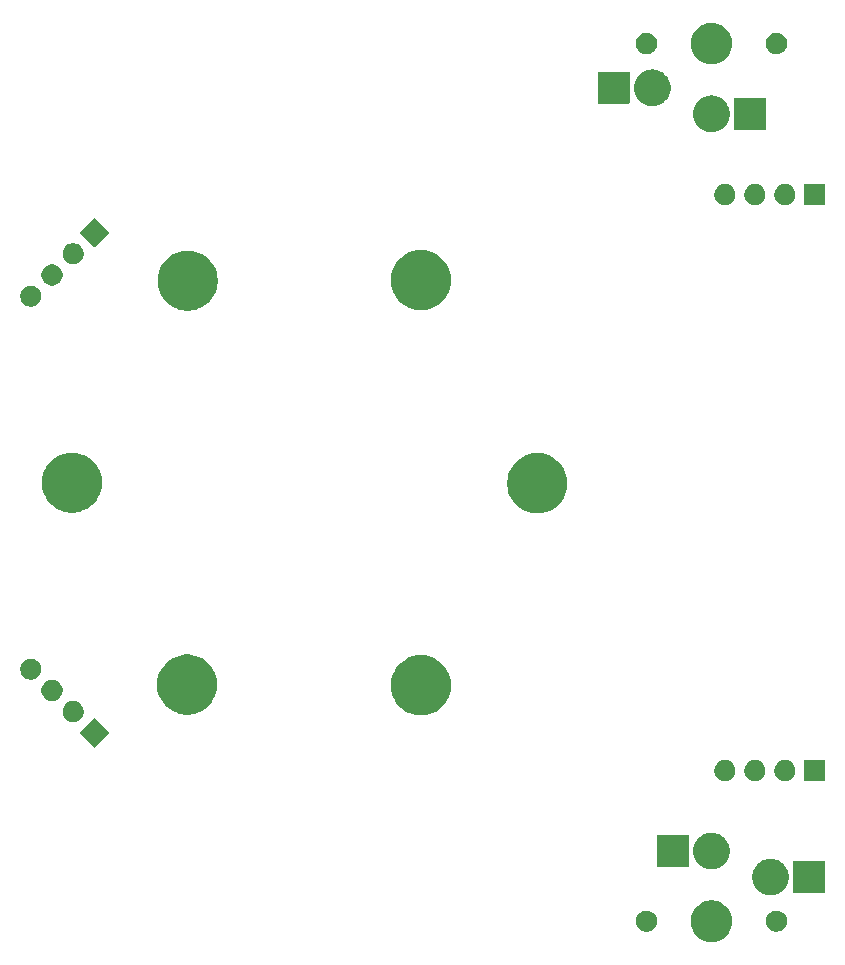
<source format=gbr>
G04 #@! TF.GenerationSoftware,KiCad,Pcbnew,9.0.2*
G04 #@! TF.CreationDate,2025-09-19T14:57:40-04:00*
G04 #@! TF.ProjectId,Trackball,54726163-6b62-4616-9c6c-2e6b69636164,rev?*
G04 #@! TF.SameCoordinates,Original*
G04 #@! TF.FileFunction,Soldermask,Bot*
G04 #@! TF.FilePolarity,Negative*
%FSLAX46Y46*%
G04 Gerber Fmt 4.6, Leading zero omitted, Abs format (unit mm)*
G04 Created by KiCad (PCBNEW 9.0.2) date 2025-09-19 14:57:40*
%MOMM*%
%LPD*%
G01*
G04 APERTURE LIST*
G04 APERTURE END LIST*
G36*
X377187432Y-137002424D02*
G01*
X377410501Y-137062195D01*
X377623861Y-137150571D01*
X377823859Y-137266040D01*
X378007075Y-137406627D01*
X378170373Y-137569925D01*
X378310960Y-137753141D01*
X378426429Y-137953139D01*
X378514805Y-138166499D01*
X378574576Y-138389568D01*
X378604720Y-138618531D01*
X378604720Y-138849469D01*
X378574576Y-139078432D01*
X378514805Y-139301501D01*
X378426429Y-139514861D01*
X378310960Y-139714859D01*
X378170373Y-139898075D01*
X378007075Y-140061373D01*
X377823859Y-140201960D01*
X377623861Y-140317429D01*
X377410501Y-140405805D01*
X377187432Y-140465576D01*
X376958469Y-140495720D01*
X376727531Y-140495720D01*
X376498568Y-140465576D01*
X376275499Y-140405805D01*
X376062139Y-140317429D01*
X375862141Y-140201960D01*
X375678925Y-140061373D01*
X375515627Y-139898075D01*
X375375040Y-139714859D01*
X375259571Y-139514861D01*
X375171195Y-139301501D01*
X375111424Y-139078432D01*
X375081280Y-138849469D01*
X375081280Y-138618531D01*
X375111424Y-138389568D01*
X375171195Y-138166499D01*
X375259571Y-137953139D01*
X375375040Y-137753141D01*
X375515627Y-137569925D01*
X375678925Y-137406627D01*
X375862141Y-137266040D01*
X376062139Y-137150571D01*
X376275499Y-137062195D01*
X376498568Y-137002424D01*
X376727531Y-136972280D01*
X376958469Y-136972280D01*
X377187432Y-137002424D01*
G37*
G36*
X371604808Y-137870936D02*
G01*
X371768153Y-137938595D01*
X371915159Y-138036822D01*
X372040178Y-138161841D01*
X372138405Y-138308847D01*
X372206064Y-138472192D01*
X372240557Y-138645598D01*
X372240557Y-138822402D01*
X372206064Y-138995808D01*
X372138405Y-139159153D01*
X372040178Y-139306159D01*
X371915159Y-139431178D01*
X371768153Y-139529405D01*
X371604808Y-139597064D01*
X371431402Y-139631557D01*
X371254598Y-139631557D01*
X371081192Y-139597064D01*
X370917847Y-139529405D01*
X370770841Y-139431178D01*
X370645822Y-139306159D01*
X370547595Y-139159153D01*
X370479936Y-138995808D01*
X370445443Y-138822402D01*
X370445443Y-138645598D01*
X370479936Y-138472192D01*
X370547595Y-138308847D01*
X370645822Y-138161841D01*
X370770841Y-138036822D01*
X370917847Y-137938595D01*
X371081192Y-137870936D01*
X371254598Y-137836443D01*
X371431402Y-137836443D01*
X371604808Y-137870936D01*
G37*
G36*
X382604808Y-137870936D02*
G01*
X382768153Y-137938595D01*
X382915159Y-138036822D01*
X383040178Y-138161841D01*
X383138405Y-138308847D01*
X383206064Y-138472192D01*
X383240557Y-138645598D01*
X383240557Y-138822402D01*
X383206064Y-138995808D01*
X383138405Y-139159153D01*
X383040178Y-139306159D01*
X382915159Y-139431178D01*
X382768153Y-139529405D01*
X382604808Y-139597064D01*
X382431402Y-139631557D01*
X382254598Y-139631557D01*
X382081192Y-139597064D01*
X381917847Y-139529405D01*
X381770841Y-139431178D01*
X381645822Y-139306159D01*
X381547595Y-139159153D01*
X381479936Y-138995808D01*
X381445443Y-138822402D01*
X381445443Y-138645598D01*
X381479936Y-138472192D01*
X381547595Y-138308847D01*
X381645822Y-138161841D01*
X381770841Y-138036822D01*
X381917847Y-137938595D01*
X382081192Y-137870936D01*
X382254598Y-137836443D01*
X382431402Y-137836443D01*
X382604808Y-137870936D01*
G37*
G36*
X381953482Y-133437781D02*
G01*
X381964690Y-133437781D01*
X382019888Y-133446523D01*
X382145534Y-133463065D01*
X382176189Y-133471279D01*
X382205074Y-133475854D01*
X382260620Y-133493902D01*
X382341467Y-133515565D01*
X382393050Y-133536931D01*
X382436542Y-133551063D01*
X382477286Y-133571823D01*
X382528870Y-133593190D01*
X382601353Y-133635038D01*
X382653395Y-133661555D01*
X382677055Y-133678745D01*
X382704539Y-133694613D01*
X382805074Y-133771756D01*
X382850294Y-133804610D01*
X382858219Y-133812535D01*
X382865466Y-133818096D01*
X383008903Y-133961533D01*
X383014463Y-133968779D01*
X383022390Y-133976706D01*
X383055247Y-134021930D01*
X383132386Y-134122460D01*
X383148252Y-134149941D01*
X383165445Y-134173605D01*
X383191964Y-134225652D01*
X383233809Y-134298129D01*
X383255173Y-134349706D01*
X383275937Y-134390458D01*
X383290070Y-134433955D01*
X383311434Y-134485532D01*
X383333093Y-134566366D01*
X383351146Y-134621926D01*
X383355721Y-134650816D01*
X383363934Y-134681465D01*
X383380474Y-134807099D01*
X383389219Y-134862310D01*
X383389219Y-134873518D01*
X383390412Y-134882580D01*
X383390412Y-135085419D01*
X383389219Y-135094480D01*
X383389219Y-135105690D01*
X383380473Y-135160905D01*
X383363934Y-135286534D01*
X383355722Y-135317180D01*
X383351146Y-135346074D01*
X383333091Y-135401638D01*
X383311434Y-135482467D01*
X383290071Y-135534039D01*
X383275937Y-135577542D01*
X383255171Y-135618297D01*
X383233809Y-135669870D01*
X383191968Y-135742338D01*
X383165445Y-135794395D01*
X383148249Y-135818062D01*
X383132386Y-135845539D01*
X383055261Y-135946050D01*
X383022390Y-135991294D01*
X383014459Y-135999224D01*
X383008903Y-136006466D01*
X382865466Y-136149903D01*
X382858224Y-136155459D01*
X382850294Y-136163390D01*
X382805050Y-136196261D01*
X382704539Y-136273386D01*
X382677062Y-136289249D01*
X382653395Y-136306445D01*
X382601338Y-136332968D01*
X382528870Y-136374809D01*
X382477297Y-136396171D01*
X382436542Y-136416937D01*
X382393039Y-136431071D01*
X382341467Y-136452434D01*
X382260638Y-136474091D01*
X382205074Y-136492146D01*
X382176180Y-136496722D01*
X382145534Y-136504934D01*
X382019902Y-136521474D01*
X381964690Y-136530219D01*
X381953481Y-136530219D01*
X381944420Y-136531412D01*
X381741580Y-136531412D01*
X381732519Y-136530219D01*
X381721310Y-136530219D01*
X381666099Y-136521474D01*
X381540465Y-136504934D01*
X381509816Y-136496721D01*
X381480926Y-136492146D01*
X381425366Y-136474093D01*
X381344532Y-136452434D01*
X381292955Y-136431070D01*
X381249458Y-136416937D01*
X381208706Y-136396173D01*
X381157129Y-136374809D01*
X381084652Y-136332964D01*
X381032605Y-136306445D01*
X381008941Y-136289252D01*
X380981460Y-136273386D01*
X380880930Y-136196247D01*
X380835706Y-136163390D01*
X380827779Y-136155463D01*
X380820533Y-136149903D01*
X380677096Y-136006466D01*
X380671535Y-135999219D01*
X380663610Y-135991294D01*
X380630756Y-135946074D01*
X380553613Y-135845539D01*
X380537745Y-135818055D01*
X380520555Y-135794395D01*
X380494038Y-135742353D01*
X380452190Y-135669870D01*
X380430823Y-135618286D01*
X380410063Y-135577542D01*
X380395931Y-135534050D01*
X380374565Y-135482467D01*
X380352902Y-135401620D01*
X380334854Y-135346074D01*
X380330279Y-135317189D01*
X380322065Y-135286534D01*
X380305524Y-135160891D01*
X380296781Y-135105690D01*
X380296781Y-135094480D01*
X380295588Y-135085419D01*
X380295588Y-134882580D01*
X380296781Y-134873518D01*
X380296781Y-134862310D01*
X380305523Y-134807113D01*
X380322065Y-134681465D01*
X380330279Y-134650807D01*
X380334854Y-134621926D01*
X380352900Y-134566383D01*
X380374565Y-134485532D01*
X380395933Y-134433944D01*
X380410063Y-134390458D01*
X380430821Y-134349717D01*
X380452190Y-134298129D01*
X380494042Y-134225637D01*
X380520555Y-134173605D01*
X380537742Y-134149948D01*
X380553613Y-134122460D01*
X380630770Y-134021906D01*
X380663610Y-133976706D01*
X380671532Y-133968783D01*
X380677096Y-133961533D01*
X380820533Y-133818096D01*
X380827783Y-133812532D01*
X380835706Y-133804610D01*
X380880906Y-133771770D01*
X380981460Y-133694613D01*
X381008948Y-133678742D01*
X381032605Y-133661555D01*
X381084637Y-133635042D01*
X381157129Y-133593190D01*
X381208717Y-133571821D01*
X381249458Y-133551063D01*
X381292944Y-133536933D01*
X381344532Y-133515565D01*
X381425383Y-133493900D01*
X381480926Y-133475854D01*
X381509807Y-133471279D01*
X381540465Y-133463065D01*
X381666113Y-133446523D01*
X381721310Y-133437781D01*
X381732518Y-133437781D01*
X381741580Y-133436588D01*
X381944420Y-133436588D01*
X381953482Y-133437781D01*
G37*
G36*
X386437517Y-133636882D02*
G01*
X386454062Y-133647938D01*
X386465118Y-133664483D01*
X386469000Y-133684000D01*
X386469000Y-136284000D01*
X386465118Y-136303517D01*
X386454062Y-136320062D01*
X386437517Y-136331118D01*
X386418000Y-136335000D01*
X383818000Y-136335000D01*
X383798483Y-136331118D01*
X383781938Y-136320062D01*
X383770882Y-136303517D01*
X383767000Y-136284000D01*
X383767000Y-133684000D01*
X383770882Y-133664483D01*
X383781938Y-133647938D01*
X383798483Y-133636882D01*
X383818000Y-133633000D01*
X386418000Y-133633000D01*
X386437517Y-133636882D01*
G37*
G36*
X376953482Y-131237781D02*
G01*
X376964690Y-131237781D01*
X377019888Y-131246523D01*
X377145534Y-131263065D01*
X377176189Y-131271279D01*
X377205074Y-131275854D01*
X377260620Y-131293902D01*
X377341467Y-131315565D01*
X377393050Y-131336931D01*
X377436542Y-131351063D01*
X377477286Y-131371823D01*
X377528870Y-131393190D01*
X377601353Y-131435038D01*
X377653395Y-131461555D01*
X377677055Y-131478745D01*
X377704539Y-131494613D01*
X377805074Y-131571756D01*
X377850294Y-131604610D01*
X377858219Y-131612535D01*
X377865466Y-131618096D01*
X378008903Y-131761533D01*
X378014463Y-131768779D01*
X378022390Y-131776706D01*
X378055247Y-131821930D01*
X378132386Y-131922460D01*
X378148252Y-131949941D01*
X378165445Y-131973605D01*
X378191964Y-132025652D01*
X378233809Y-132098129D01*
X378255173Y-132149706D01*
X378275937Y-132190458D01*
X378290070Y-132233955D01*
X378311434Y-132285532D01*
X378333093Y-132366366D01*
X378351146Y-132421926D01*
X378355721Y-132450816D01*
X378363934Y-132481465D01*
X378380474Y-132607099D01*
X378389219Y-132662310D01*
X378389219Y-132673518D01*
X378390412Y-132682580D01*
X378390412Y-132885419D01*
X378389219Y-132894480D01*
X378389219Y-132905690D01*
X378380473Y-132960905D01*
X378363934Y-133086534D01*
X378355722Y-133117180D01*
X378351146Y-133146074D01*
X378333091Y-133201638D01*
X378311434Y-133282467D01*
X378290071Y-133334039D01*
X378275937Y-133377542D01*
X378255171Y-133418297D01*
X378233809Y-133469870D01*
X378191968Y-133542338D01*
X378165445Y-133594395D01*
X378148249Y-133618062D01*
X378132386Y-133645539D01*
X378055261Y-133746050D01*
X378022390Y-133791294D01*
X378014459Y-133799224D01*
X378008903Y-133806466D01*
X377865466Y-133949903D01*
X377858224Y-133955459D01*
X377850294Y-133963390D01*
X377805050Y-133996261D01*
X377704539Y-134073386D01*
X377677062Y-134089249D01*
X377653395Y-134106445D01*
X377601338Y-134132968D01*
X377528870Y-134174809D01*
X377477297Y-134196171D01*
X377436542Y-134216937D01*
X377393039Y-134231071D01*
X377341467Y-134252434D01*
X377260638Y-134274091D01*
X377205074Y-134292146D01*
X377176180Y-134296722D01*
X377145534Y-134304934D01*
X377019902Y-134321474D01*
X376964690Y-134330219D01*
X376953481Y-134330219D01*
X376944420Y-134331412D01*
X376741580Y-134331412D01*
X376732519Y-134330219D01*
X376721310Y-134330219D01*
X376666099Y-134321474D01*
X376540465Y-134304934D01*
X376509816Y-134296721D01*
X376480926Y-134292146D01*
X376425366Y-134274093D01*
X376344532Y-134252434D01*
X376292955Y-134231070D01*
X376249458Y-134216937D01*
X376208706Y-134196173D01*
X376157129Y-134174809D01*
X376084652Y-134132964D01*
X376032605Y-134106445D01*
X376008941Y-134089252D01*
X375981460Y-134073386D01*
X375880930Y-133996247D01*
X375835706Y-133963390D01*
X375827779Y-133955463D01*
X375820533Y-133949903D01*
X375677096Y-133806466D01*
X375671535Y-133799219D01*
X375663610Y-133791294D01*
X375630756Y-133746074D01*
X375553613Y-133645539D01*
X375537745Y-133618055D01*
X375520555Y-133594395D01*
X375494038Y-133542353D01*
X375452190Y-133469870D01*
X375430823Y-133418286D01*
X375410063Y-133377542D01*
X375395931Y-133334050D01*
X375374565Y-133282467D01*
X375352902Y-133201620D01*
X375334854Y-133146074D01*
X375330279Y-133117189D01*
X375322065Y-133086534D01*
X375305524Y-132960891D01*
X375296781Y-132905690D01*
X375296781Y-132894480D01*
X375295588Y-132885419D01*
X375295588Y-132682580D01*
X375296781Y-132673518D01*
X375296781Y-132662310D01*
X375305523Y-132607113D01*
X375322065Y-132481465D01*
X375330279Y-132450807D01*
X375334854Y-132421926D01*
X375352900Y-132366383D01*
X375374565Y-132285532D01*
X375395933Y-132233944D01*
X375410063Y-132190458D01*
X375430821Y-132149717D01*
X375452190Y-132098129D01*
X375494042Y-132025637D01*
X375520555Y-131973605D01*
X375537742Y-131949948D01*
X375553613Y-131922460D01*
X375630770Y-131821906D01*
X375663610Y-131776706D01*
X375671532Y-131768783D01*
X375677096Y-131761533D01*
X375820533Y-131618096D01*
X375827783Y-131612532D01*
X375835706Y-131604610D01*
X375880906Y-131571770D01*
X375981460Y-131494613D01*
X376008948Y-131478742D01*
X376032605Y-131461555D01*
X376084637Y-131435042D01*
X376157129Y-131393190D01*
X376208717Y-131371821D01*
X376249458Y-131351063D01*
X376292944Y-131336933D01*
X376344532Y-131315565D01*
X376425383Y-131293900D01*
X376480926Y-131275854D01*
X376509807Y-131271279D01*
X376540465Y-131263065D01*
X376666113Y-131246523D01*
X376721310Y-131237781D01*
X376732518Y-131237781D01*
X376741580Y-131236588D01*
X376944420Y-131236588D01*
X376953482Y-131237781D01*
G37*
G36*
X374887517Y-131436882D02*
G01*
X374904062Y-131447938D01*
X374915118Y-131464483D01*
X374919000Y-131484000D01*
X374919000Y-134084000D01*
X374915118Y-134103517D01*
X374904062Y-134120062D01*
X374887517Y-134131118D01*
X374868000Y-134135000D01*
X372268000Y-134135000D01*
X372248483Y-134131118D01*
X372231938Y-134120062D01*
X372220882Y-134103517D01*
X372217000Y-134084000D01*
X372217000Y-131484000D01*
X372220882Y-131464483D01*
X372231938Y-131447938D01*
X372248483Y-131436882D01*
X372268000Y-131433000D01*
X374868000Y-131433000D01*
X374887517Y-131436882D01*
G37*
G36*
X386462517Y-125086882D02*
G01*
X386479062Y-125097938D01*
X386490118Y-125114483D01*
X386494000Y-125134000D01*
X386494000Y-126834000D01*
X386490118Y-126853517D01*
X386479062Y-126870062D01*
X386462517Y-126881118D01*
X386443000Y-126885000D01*
X384743000Y-126885000D01*
X384723483Y-126881118D01*
X384706938Y-126870062D01*
X384695882Y-126853517D01*
X384692000Y-126834000D01*
X384692000Y-125134000D01*
X384695882Y-125114483D01*
X384706938Y-125097938D01*
X384723483Y-125086882D01*
X384743000Y-125083000D01*
X386443000Y-125083000D01*
X386462517Y-125086882D01*
G37*
G36*
X378234546Y-125121797D02*
G01*
X378397728Y-125189389D01*
X378544588Y-125287518D01*
X378669482Y-125412412D01*
X378767611Y-125559272D01*
X378835203Y-125722454D01*
X378869661Y-125895687D01*
X378869661Y-126072313D01*
X378835203Y-126245546D01*
X378767611Y-126408728D01*
X378669482Y-126555588D01*
X378544588Y-126680482D01*
X378397728Y-126778611D01*
X378234546Y-126846203D01*
X378061313Y-126880661D01*
X377884687Y-126880661D01*
X377711454Y-126846203D01*
X377548272Y-126778611D01*
X377401412Y-126680482D01*
X377276518Y-126555588D01*
X377178389Y-126408728D01*
X377110797Y-126245546D01*
X377076339Y-126072313D01*
X377076339Y-125895687D01*
X377110797Y-125722454D01*
X377178389Y-125559272D01*
X377276518Y-125412412D01*
X377401412Y-125287518D01*
X377548272Y-125189389D01*
X377711454Y-125121797D01*
X377884687Y-125087339D01*
X378061313Y-125087339D01*
X378234546Y-125121797D01*
G37*
G36*
X380774546Y-125121797D02*
G01*
X380937728Y-125189389D01*
X381084588Y-125287518D01*
X381209482Y-125412412D01*
X381307611Y-125559272D01*
X381375203Y-125722454D01*
X381409661Y-125895687D01*
X381409661Y-126072313D01*
X381375203Y-126245546D01*
X381307611Y-126408728D01*
X381209482Y-126555588D01*
X381084588Y-126680482D01*
X380937728Y-126778611D01*
X380774546Y-126846203D01*
X380601313Y-126880661D01*
X380424687Y-126880661D01*
X380251454Y-126846203D01*
X380088272Y-126778611D01*
X379941412Y-126680482D01*
X379816518Y-126555588D01*
X379718389Y-126408728D01*
X379650797Y-126245546D01*
X379616339Y-126072313D01*
X379616339Y-125895687D01*
X379650797Y-125722454D01*
X379718389Y-125559272D01*
X379816518Y-125412412D01*
X379941412Y-125287518D01*
X380088272Y-125189389D01*
X380251454Y-125121797D01*
X380424687Y-125087339D01*
X380601313Y-125087339D01*
X380774546Y-125121797D01*
G37*
G36*
X383314546Y-125121797D02*
G01*
X383477728Y-125189389D01*
X383624588Y-125287518D01*
X383749482Y-125412412D01*
X383847611Y-125559272D01*
X383915203Y-125722454D01*
X383949661Y-125895687D01*
X383949661Y-126072313D01*
X383915203Y-126245546D01*
X383847611Y-126408728D01*
X383749482Y-126555588D01*
X383624588Y-126680482D01*
X383477728Y-126778611D01*
X383314546Y-126846203D01*
X383141313Y-126880661D01*
X382964687Y-126880661D01*
X382791454Y-126846203D01*
X382628272Y-126778611D01*
X382481412Y-126680482D01*
X382356518Y-126555588D01*
X382258389Y-126408728D01*
X382190797Y-126245546D01*
X382156339Y-126072313D01*
X382156339Y-125895687D01*
X382190797Y-125722454D01*
X382258389Y-125559272D01*
X382356518Y-125412412D01*
X382481412Y-125287518D01*
X382628272Y-125189389D01*
X382791454Y-125121797D01*
X382964687Y-125087339D01*
X383141313Y-125087339D01*
X383314546Y-125121797D01*
G37*
G36*
X324618466Y-121536851D02*
G01*
X324635011Y-121547907D01*
X325837093Y-122749989D01*
X325848149Y-122766534D01*
X325852030Y-122786051D01*
X325848149Y-122805568D01*
X325837093Y-122822113D01*
X324635011Y-124024195D01*
X324618466Y-124035251D01*
X324598949Y-124039132D01*
X324579432Y-124035251D01*
X324562887Y-124024195D01*
X323360805Y-122822113D01*
X323349749Y-122805568D01*
X323345868Y-122786051D01*
X323349749Y-122766534D01*
X323360805Y-122749989D01*
X324224734Y-121886060D01*
X324554182Y-121556611D01*
X324554185Y-121556608D01*
X324562887Y-121547907D01*
X324579432Y-121536851D01*
X324598949Y-121532970D01*
X324618466Y-121536851D01*
G37*
G36*
X323064444Y-120127797D02*
G01*
X323227626Y-120195389D01*
X323374486Y-120293518D01*
X323499380Y-120418412D01*
X323597509Y-120565272D01*
X323665101Y-120728454D01*
X323699559Y-120901687D01*
X323699559Y-121078313D01*
X323665101Y-121251546D01*
X323597509Y-121414728D01*
X323499380Y-121561588D01*
X323374486Y-121686482D01*
X323227626Y-121784611D01*
X323064444Y-121852203D01*
X322891211Y-121886661D01*
X322714585Y-121886661D01*
X322541352Y-121852203D01*
X322378170Y-121784611D01*
X322231310Y-121686482D01*
X322106416Y-121561588D01*
X322008287Y-121414728D01*
X321940695Y-121251546D01*
X321906237Y-121078313D01*
X321906237Y-120901687D01*
X321940695Y-120728454D01*
X322008287Y-120565272D01*
X322106416Y-120418412D01*
X322231310Y-120293518D01*
X322378170Y-120195389D01*
X322541352Y-120127797D01*
X322714585Y-120093339D01*
X322891211Y-120093339D01*
X323064444Y-120127797D01*
G37*
G36*
X352677308Y-116235043D02*
G01*
X352956207Y-116298700D01*
X353226225Y-116393183D01*
X353483967Y-116517305D01*
X353726190Y-116669504D01*
X353949850Y-116847867D01*
X354152133Y-117050150D01*
X354330496Y-117273810D01*
X354482695Y-117516033D01*
X354606817Y-117773775D01*
X354701300Y-118043793D01*
X354764957Y-118322692D01*
X354796987Y-118606964D01*
X354796987Y-118893036D01*
X354764957Y-119177308D01*
X354701300Y-119456207D01*
X354606817Y-119726225D01*
X354482695Y-119983967D01*
X354330496Y-120226190D01*
X354152133Y-120449850D01*
X353949850Y-120652133D01*
X353726190Y-120830496D01*
X353483967Y-120982695D01*
X353226225Y-121106817D01*
X352956207Y-121201300D01*
X352677308Y-121264957D01*
X352393036Y-121296987D01*
X352106964Y-121296987D01*
X351822692Y-121264957D01*
X351543793Y-121201300D01*
X351273775Y-121106817D01*
X351016033Y-120982695D01*
X350773810Y-120830496D01*
X350550150Y-120652133D01*
X350347867Y-120449850D01*
X350169504Y-120226190D01*
X350017305Y-119983967D01*
X349893183Y-119726225D01*
X349798700Y-119456207D01*
X349735043Y-119177308D01*
X349703013Y-118893036D01*
X349703013Y-118606964D01*
X349735043Y-118322692D01*
X349798700Y-118043793D01*
X349893183Y-117773775D01*
X350017305Y-117516033D01*
X350169504Y-117273810D01*
X350347867Y-117050150D01*
X350550150Y-116847867D01*
X350773810Y-116669504D01*
X351016033Y-116517305D01*
X351273775Y-116393183D01*
X351543793Y-116298700D01*
X351822692Y-116235043D01*
X352106964Y-116203013D01*
X352393036Y-116203013D01*
X352677308Y-116235043D01*
G37*
G36*
X332877308Y-116185043D02*
G01*
X333156207Y-116248700D01*
X333426225Y-116343183D01*
X333683967Y-116467305D01*
X333926190Y-116619504D01*
X334149850Y-116797867D01*
X334352133Y-117000150D01*
X334530496Y-117223810D01*
X334682695Y-117466033D01*
X334806817Y-117723775D01*
X334901300Y-117993793D01*
X334964957Y-118272692D01*
X334996987Y-118556964D01*
X334996987Y-118843036D01*
X334964957Y-119127308D01*
X334901300Y-119406207D01*
X334806817Y-119676225D01*
X334682695Y-119933967D01*
X334530496Y-120176190D01*
X334352133Y-120399850D01*
X334149850Y-120602133D01*
X333926190Y-120780496D01*
X333683967Y-120932695D01*
X333426225Y-121056817D01*
X333156207Y-121151300D01*
X332877308Y-121214957D01*
X332593036Y-121246987D01*
X332306964Y-121246987D01*
X332022692Y-121214957D01*
X331743793Y-121151300D01*
X331473775Y-121056817D01*
X331216033Y-120932695D01*
X330973810Y-120780496D01*
X330750150Y-120602133D01*
X330547867Y-120399850D01*
X330369504Y-120176190D01*
X330217305Y-119933967D01*
X330093183Y-119676225D01*
X329998700Y-119406207D01*
X329935043Y-119127308D01*
X329903013Y-118843036D01*
X329903013Y-118556964D01*
X329935043Y-118272692D01*
X329998700Y-117993793D01*
X330093183Y-117723775D01*
X330217305Y-117466033D01*
X330369504Y-117223810D01*
X330547867Y-117000150D01*
X330750150Y-116797867D01*
X330973810Y-116619504D01*
X331216033Y-116467305D01*
X331473775Y-116343183D01*
X331743793Y-116248700D01*
X332022692Y-116185043D01*
X332306964Y-116153013D01*
X332593036Y-116153013D01*
X332877308Y-116185043D01*
G37*
G36*
X321268393Y-118331746D02*
G01*
X321431575Y-118399338D01*
X321578435Y-118497467D01*
X321703329Y-118622361D01*
X321801458Y-118769221D01*
X321869050Y-118932403D01*
X321903508Y-119105636D01*
X321903508Y-119282262D01*
X321869050Y-119455495D01*
X321801458Y-119618677D01*
X321703329Y-119765537D01*
X321578435Y-119890431D01*
X321431575Y-119988560D01*
X321268393Y-120056152D01*
X321095160Y-120090610D01*
X320918534Y-120090610D01*
X320745301Y-120056152D01*
X320582119Y-119988560D01*
X320435259Y-119890431D01*
X320310365Y-119765537D01*
X320212236Y-119618677D01*
X320144644Y-119455495D01*
X320110186Y-119282262D01*
X320110186Y-119105636D01*
X320144644Y-118932403D01*
X320212236Y-118769221D01*
X320310365Y-118622361D01*
X320435259Y-118497467D01*
X320582119Y-118399338D01*
X320745301Y-118331746D01*
X320918534Y-118297288D01*
X321095160Y-118297288D01*
X321268393Y-118331746D01*
G37*
G36*
X319472341Y-116535694D02*
G01*
X319635523Y-116603286D01*
X319782383Y-116701415D01*
X319907277Y-116826309D01*
X320005406Y-116973169D01*
X320072998Y-117136351D01*
X320107456Y-117309584D01*
X320107456Y-117486210D01*
X320072998Y-117659443D01*
X320005406Y-117822625D01*
X319907277Y-117969485D01*
X319782383Y-118094379D01*
X319635523Y-118192508D01*
X319472341Y-118260100D01*
X319299108Y-118294558D01*
X319122482Y-118294558D01*
X318949249Y-118260100D01*
X318786067Y-118192508D01*
X318639207Y-118094379D01*
X318514313Y-117969485D01*
X318416184Y-117822625D01*
X318348592Y-117659443D01*
X318314134Y-117486210D01*
X318314134Y-117309584D01*
X318348592Y-117136351D01*
X318416184Y-116973169D01*
X318514313Y-116826309D01*
X318639207Y-116701415D01*
X318786067Y-116603286D01*
X318949249Y-116535694D01*
X319122482Y-116501236D01*
X319299108Y-116501236D01*
X319472341Y-116535694D01*
G37*
G36*
X362527308Y-99135043D02*
G01*
X362806207Y-99198700D01*
X363076225Y-99293183D01*
X363333967Y-99417305D01*
X363576190Y-99569504D01*
X363799850Y-99747867D01*
X364002133Y-99950150D01*
X364180496Y-100173810D01*
X364332695Y-100416033D01*
X364456817Y-100673775D01*
X364551300Y-100943793D01*
X364614957Y-101222692D01*
X364646987Y-101506964D01*
X364646987Y-101793036D01*
X364614957Y-102077308D01*
X364551300Y-102356207D01*
X364456817Y-102626225D01*
X364332695Y-102883967D01*
X364180496Y-103126190D01*
X364002133Y-103349850D01*
X363799850Y-103552133D01*
X363576190Y-103730496D01*
X363333967Y-103882695D01*
X363076225Y-104006817D01*
X362806207Y-104101300D01*
X362527308Y-104164957D01*
X362243036Y-104196987D01*
X361956964Y-104196987D01*
X361672692Y-104164957D01*
X361393793Y-104101300D01*
X361123775Y-104006817D01*
X360866033Y-103882695D01*
X360623810Y-103730496D01*
X360400150Y-103552133D01*
X360197867Y-103349850D01*
X360019504Y-103126190D01*
X359867305Y-102883967D01*
X359743183Y-102626225D01*
X359648700Y-102356207D01*
X359585043Y-102077308D01*
X359553013Y-101793036D01*
X359553013Y-101506964D01*
X359585043Y-101222692D01*
X359648700Y-100943793D01*
X359743183Y-100673775D01*
X359867305Y-100416033D01*
X360019504Y-100173810D01*
X360197867Y-99950150D01*
X360400150Y-99747867D01*
X360623810Y-99569504D01*
X360866033Y-99417305D01*
X361123775Y-99293183D01*
X361393793Y-99198700D01*
X361672692Y-99135043D01*
X361956964Y-99103013D01*
X362243036Y-99103013D01*
X362527308Y-99135043D01*
G37*
G36*
X323127308Y-99085043D02*
G01*
X323406207Y-99148700D01*
X323676225Y-99243183D01*
X323933967Y-99367305D01*
X324176190Y-99519504D01*
X324399850Y-99697867D01*
X324602133Y-99900150D01*
X324780496Y-100123810D01*
X324932695Y-100366033D01*
X325056817Y-100623775D01*
X325151300Y-100893793D01*
X325214957Y-101172692D01*
X325246987Y-101456964D01*
X325246987Y-101743036D01*
X325214957Y-102027308D01*
X325151300Y-102306207D01*
X325056817Y-102576225D01*
X324932695Y-102833967D01*
X324780496Y-103076190D01*
X324602133Y-103299850D01*
X324399850Y-103502133D01*
X324176190Y-103680496D01*
X323933967Y-103832695D01*
X323676225Y-103956817D01*
X323406207Y-104051300D01*
X323127308Y-104114957D01*
X322843036Y-104146987D01*
X322556964Y-104146987D01*
X322272692Y-104114957D01*
X321993793Y-104051300D01*
X321723775Y-103956817D01*
X321466033Y-103832695D01*
X321223810Y-103680496D01*
X321000150Y-103502133D01*
X320797867Y-103299850D01*
X320619504Y-103076190D01*
X320467305Y-102833967D01*
X320343183Y-102576225D01*
X320248700Y-102306207D01*
X320185043Y-102027308D01*
X320153013Y-101743036D01*
X320153013Y-101456964D01*
X320185043Y-101172692D01*
X320248700Y-100893793D01*
X320343183Y-100623775D01*
X320467305Y-100366033D01*
X320619504Y-100123810D01*
X320797867Y-99900150D01*
X321000150Y-99697867D01*
X321223810Y-99519504D01*
X321466033Y-99367305D01*
X321723775Y-99243183D01*
X321993793Y-99148700D01*
X322272692Y-99085043D01*
X322556964Y-99053013D01*
X322843036Y-99053013D01*
X323127308Y-99085043D01*
G37*
G36*
X332927308Y-81985043D02*
G01*
X333206207Y-82048700D01*
X333476225Y-82143183D01*
X333733967Y-82267305D01*
X333976190Y-82419504D01*
X334199850Y-82597867D01*
X334402133Y-82800150D01*
X334580496Y-83023810D01*
X334732695Y-83266033D01*
X334856817Y-83523775D01*
X334951300Y-83793793D01*
X335014957Y-84072692D01*
X335046987Y-84356964D01*
X335046987Y-84643036D01*
X335014957Y-84927308D01*
X334951300Y-85206207D01*
X334856817Y-85476225D01*
X334732695Y-85733967D01*
X334580496Y-85976190D01*
X334402133Y-86199850D01*
X334199850Y-86402133D01*
X333976190Y-86580496D01*
X333733967Y-86732695D01*
X333476225Y-86856817D01*
X333206207Y-86951300D01*
X332927308Y-87014957D01*
X332643036Y-87046987D01*
X332356964Y-87046987D01*
X332072692Y-87014957D01*
X331793793Y-86951300D01*
X331523775Y-86856817D01*
X331266033Y-86732695D01*
X331023810Y-86580496D01*
X330800150Y-86402133D01*
X330597867Y-86199850D01*
X330419504Y-85976190D01*
X330267305Y-85733967D01*
X330143183Y-85476225D01*
X330048700Y-85206207D01*
X329985043Y-84927308D01*
X329953013Y-84643036D01*
X329953013Y-84356964D01*
X329985043Y-84072692D01*
X330048700Y-83793793D01*
X330143183Y-83523775D01*
X330267305Y-83266033D01*
X330419504Y-83023810D01*
X330597867Y-82800150D01*
X330800150Y-82597867D01*
X331023810Y-82419504D01*
X331266033Y-82267305D01*
X331523775Y-82143183D01*
X331793793Y-82048700D01*
X332072692Y-81985043D01*
X332356964Y-81953013D01*
X332643036Y-81953013D01*
X332927308Y-81985043D01*
G37*
G36*
X352677308Y-81935043D02*
G01*
X352956207Y-81998700D01*
X353226225Y-82093183D01*
X353483967Y-82217305D01*
X353726190Y-82369504D01*
X353949850Y-82547867D01*
X354152133Y-82750150D01*
X354330496Y-82973810D01*
X354482695Y-83216033D01*
X354606817Y-83473775D01*
X354701300Y-83743793D01*
X354764957Y-84022692D01*
X354796987Y-84306964D01*
X354796987Y-84593036D01*
X354764957Y-84877308D01*
X354701300Y-85156207D01*
X354606817Y-85426225D01*
X354482695Y-85683967D01*
X354330496Y-85926190D01*
X354152133Y-86149850D01*
X353949850Y-86352133D01*
X353726190Y-86530496D01*
X353483967Y-86682695D01*
X353226225Y-86806817D01*
X352956207Y-86901300D01*
X352677308Y-86964957D01*
X352393036Y-86996987D01*
X352106964Y-86996987D01*
X351822692Y-86964957D01*
X351543793Y-86901300D01*
X351273775Y-86806817D01*
X351016033Y-86682695D01*
X350773810Y-86530496D01*
X350550150Y-86352133D01*
X350347867Y-86149850D01*
X350169504Y-85926190D01*
X350017305Y-85683967D01*
X349893183Y-85426225D01*
X349798700Y-85156207D01*
X349735043Y-84877308D01*
X349703013Y-84593036D01*
X349703013Y-84306964D01*
X349735043Y-84022692D01*
X349798700Y-83743793D01*
X349893183Y-83473775D01*
X350017305Y-83216033D01*
X350169504Y-82973810D01*
X350347867Y-82750150D01*
X350550150Y-82547867D01*
X350773810Y-82369504D01*
X351016033Y-82217305D01*
X351273775Y-82093183D01*
X351543793Y-81998700D01*
X351822692Y-81935043D01*
X352106964Y-81903013D01*
X352393036Y-81903013D01*
X352677308Y-81935043D01*
G37*
G36*
X319472341Y-84949900D02*
G01*
X319635523Y-85017492D01*
X319782383Y-85115621D01*
X319907277Y-85240515D01*
X320005406Y-85387375D01*
X320072998Y-85550557D01*
X320107456Y-85723790D01*
X320107456Y-85900416D01*
X320072998Y-86073649D01*
X320005406Y-86236831D01*
X319907277Y-86383691D01*
X319782383Y-86508585D01*
X319635523Y-86606714D01*
X319472341Y-86674306D01*
X319299108Y-86708764D01*
X319122482Y-86708764D01*
X318949249Y-86674306D01*
X318786067Y-86606714D01*
X318639207Y-86508585D01*
X318514313Y-86383691D01*
X318416184Y-86236831D01*
X318348592Y-86073649D01*
X318314134Y-85900416D01*
X318314134Y-85723790D01*
X318348592Y-85550557D01*
X318416184Y-85387375D01*
X318514313Y-85240515D01*
X318639207Y-85115621D01*
X318786067Y-85017492D01*
X318949249Y-84949900D01*
X319122482Y-84915442D01*
X319299108Y-84915442D01*
X319472341Y-84949900D01*
G37*
G36*
X321268393Y-83153848D02*
G01*
X321431575Y-83221440D01*
X321578435Y-83319569D01*
X321703329Y-83444463D01*
X321801458Y-83591323D01*
X321869050Y-83754505D01*
X321903508Y-83927738D01*
X321903508Y-84104364D01*
X321869050Y-84277597D01*
X321801458Y-84440779D01*
X321703329Y-84587639D01*
X321578435Y-84712533D01*
X321431575Y-84810662D01*
X321268393Y-84878254D01*
X321095160Y-84912712D01*
X320918534Y-84912712D01*
X320745301Y-84878254D01*
X320582119Y-84810662D01*
X320435259Y-84712533D01*
X320310365Y-84587639D01*
X320212236Y-84440779D01*
X320144644Y-84277597D01*
X320110186Y-84104364D01*
X320110186Y-83927738D01*
X320144644Y-83754505D01*
X320212236Y-83591323D01*
X320310365Y-83444463D01*
X320435259Y-83319569D01*
X320582119Y-83221440D01*
X320745301Y-83153848D01*
X320918534Y-83119390D01*
X321095160Y-83119390D01*
X321268393Y-83153848D01*
G37*
G36*
X323064444Y-81357797D02*
G01*
X323227626Y-81425389D01*
X323374486Y-81523518D01*
X323499380Y-81648412D01*
X323597509Y-81795272D01*
X323665101Y-81958454D01*
X323699559Y-82131687D01*
X323699559Y-82308313D01*
X323665101Y-82481546D01*
X323597509Y-82644728D01*
X323499380Y-82791588D01*
X323374486Y-82916482D01*
X323227626Y-83014611D01*
X323064444Y-83082203D01*
X322891211Y-83116661D01*
X322714585Y-83116661D01*
X322541352Y-83082203D01*
X322378170Y-83014611D01*
X322231310Y-82916482D01*
X322106416Y-82791588D01*
X322008287Y-82644728D01*
X321940695Y-82481546D01*
X321906237Y-82308313D01*
X321906237Y-82131687D01*
X321940695Y-81958454D01*
X322008287Y-81795272D01*
X322106416Y-81648412D01*
X322231310Y-81523518D01*
X322378170Y-81425389D01*
X322541352Y-81357797D01*
X322714585Y-81323339D01*
X322891211Y-81323339D01*
X323064444Y-81357797D01*
G37*
G36*
X324618466Y-79174749D02*
G01*
X324635011Y-79185805D01*
X325837093Y-80387887D01*
X325848149Y-80404432D01*
X325852030Y-80423949D01*
X325848149Y-80443466D01*
X325837093Y-80460011D01*
X324635011Y-81662093D01*
X324618466Y-81673149D01*
X324598949Y-81677030D01*
X324579432Y-81673149D01*
X324562887Y-81662093D01*
X323360805Y-80460011D01*
X323349749Y-80443466D01*
X323345868Y-80423949D01*
X323349749Y-80404432D01*
X323360805Y-80387887D01*
X323961846Y-79786846D01*
X324554182Y-79194509D01*
X324554185Y-79194506D01*
X324562887Y-79185805D01*
X324579432Y-79174749D01*
X324598949Y-79170868D01*
X324618466Y-79174749D01*
G37*
G36*
X386462517Y-76318882D02*
G01*
X386479062Y-76329938D01*
X386490118Y-76346483D01*
X386494000Y-76366000D01*
X386494000Y-78066000D01*
X386490118Y-78085517D01*
X386479062Y-78102062D01*
X386462517Y-78113118D01*
X386443000Y-78117000D01*
X384743000Y-78117000D01*
X384723483Y-78113118D01*
X384706938Y-78102062D01*
X384695882Y-78085517D01*
X384692000Y-78066000D01*
X384692000Y-76366000D01*
X384695882Y-76346483D01*
X384706938Y-76329938D01*
X384723483Y-76318882D01*
X384743000Y-76315000D01*
X386443000Y-76315000D01*
X386462517Y-76318882D01*
G37*
G36*
X378234546Y-76353797D02*
G01*
X378397728Y-76421389D01*
X378544588Y-76519518D01*
X378669482Y-76644412D01*
X378767611Y-76791272D01*
X378835203Y-76954454D01*
X378869661Y-77127687D01*
X378869661Y-77304313D01*
X378835203Y-77477546D01*
X378767611Y-77640728D01*
X378669482Y-77787588D01*
X378544588Y-77912482D01*
X378397728Y-78010611D01*
X378234546Y-78078203D01*
X378061313Y-78112661D01*
X377884687Y-78112661D01*
X377711454Y-78078203D01*
X377548272Y-78010611D01*
X377401412Y-77912482D01*
X377276518Y-77787588D01*
X377178389Y-77640728D01*
X377110797Y-77477546D01*
X377076339Y-77304313D01*
X377076339Y-77127687D01*
X377110797Y-76954454D01*
X377178389Y-76791272D01*
X377276518Y-76644412D01*
X377401412Y-76519518D01*
X377548272Y-76421389D01*
X377711454Y-76353797D01*
X377884687Y-76319339D01*
X378061313Y-76319339D01*
X378234546Y-76353797D01*
G37*
G36*
X380774546Y-76353797D02*
G01*
X380937728Y-76421389D01*
X381084588Y-76519518D01*
X381209482Y-76644412D01*
X381307611Y-76791272D01*
X381375203Y-76954454D01*
X381409661Y-77127687D01*
X381409661Y-77304313D01*
X381375203Y-77477546D01*
X381307611Y-77640728D01*
X381209482Y-77787588D01*
X381084588Y-77912482D01*
X380937728Y-78010611D01*
X380774546Y-78078203D01*
X380601313Y-78112661D01*
X380424687Y-78112661D01*
X380251454Y-78078203D01*
X380088272Y-78010611D01*
X379941412Y-77912482D01*
X379816518Y-77787588D01*
X379718389Y-77640728D01*
X379650797Y-77477546D01*
X379616339Y-77304313D01*
X379616339Y-77127687D01*
X379650797Y-76954454D01*
X379718389Y-76791272D01*
X379816518Y-76644412D01*
X379941412Y-76519518D01*
X380088272Y-76421389D01*
X380251454Y-76353797D01*
X380424687Y-76319339D01*
X380601313Y-76319339D01*
X380774546Y-76353797D01*
G37*
G36*
X383314546Y-76353797D02*
G01*
X383477728Y-76421389D01*
X383624588Y-76519518D01*
X383749482Y-76644412D01*
X383847611Y-76791272D01*
X383915203Y-76954454D01*
X383949661Y-77127687D01*
X383949661Y-77304313D01*
X383915203Y-77477546D01*
X383847611Y-77640728D01*
X383749482Y-77787588D01*
X383624588Y-77912482D01*
X383477728Y-78010611D01*
X383314546Y-78078203D01*
X383141313Y-78112661D01*
X382964687Y-78112661D01*
X382791454Y-78078203D01*
X382628272Y-78010611D01*
X382481412Y-77912482D01*
X382356518Y-77787588D01*
X382258389Y-77640728D01*
X382190797Y-77477546D01*
X382156339Y-77304313D01*
X382156339Y-77127687D01*
X382190797Y-76954454D01*
X382258389Y-76791272D01*
X382356518Y-76644412D01*
X382481412Y-76519518D01*
X382628272Y-76421389D01*
X382791454Y-76353797D01*
X382964687Y-76319339D01*
X383141313Y-76319339D01*
X383314546Y-76353797D01*
G37*
G36*
X376953482Y-68819781D02*
G01*
X376964690Y-68819781D01*
X377019888Y-68828523D01*
X377145534Y-68845065D01*
X377176189Y-68853279D01*
X377205074Y-68857854D01*
X377260620Y-68875902D01*
X377341467Y-68897565D01*
X377393050Y-68918931D01*
X377436542Y-68933063D01*
X377477286Y-68953823D01*
X377528870Y-68975190D01*
X377601353Y-69017038D01*
X377653395Y-69043555D01*
X377677055Y-69060745D01*
X377704539Y-69076613D01*
X377805074Y-69153756D01*
X377850294Y-69186610D01*
X377858219Y-69194535D01*
X377865466Y-69200096D01*
X378008903Y-69343533D01*
X378014463Y-69350779D01*
X378022390Y-69358706D01*
X378055247Y-69403930D01*
X378132386Y-69504460D01*
X378148252Y-69531941D01*
X378165445Y-69555605D01*
X378191964Y-69607652D01*
X378233809Y-69680129D01*
X378255173Y-69731706D01*
X378275937Y-69772458D01*
X378290070Y-69815955D01*
X378311434Y-69867532D01*
X378333093Y-69948366D01*
X378351146Y-70003926D01*
X378355721Y-70032816D01*
X378363934Y-70063465D01*
X378380474Y-70189099D01*
X378389219Y-70244310D01*
X378389219Y-70255518D01*
X378390412Y-70264580D01*
X378390412Y-70467419D01*
X378389219Y-70476480D01*
X378389219Y-70487690D01*
X378380473Y-70542905D01*
X378363934Y-70668534D01*
X378355722Y-70699180D01*
X378351146Y-70728074D01*
X378333091Y-70783638D01*
X378311434Y-70864467D01*
X378290071Y-70916039D01*
X378275937Y-70959542D01*
X378255171Y-71000297D01*
X378233809Y-71051870D01*
X378191968Y-71124338D01*
X378165445Y-71176395D01*
X378148249Y-71200062D01*
X378132386Y-71227539D01*
X378055261Y-71328050D01*
X378022390Y-71373294D01*
X378014459Y-71381224D01*
X378008903Y-71388466D01*
X377865466Y-71531903D01*
X377858224Y-71537459D01*
X377850294Y-71545390D01*
X377805050Y-71578261D01*
X377704539Y-71655386D01*
X377677062Y-71671249D01*
X377653395Y-71688445D01*
X377601338Y-71714968D01*
X377528870Y-71756809D01*
X377477297Y-71778171D01*
X377436542Y-71798937D01*
X377393039Y-71813071D01*
X377341467Y-71834434D01*
X377260638Y-71856091D01*
X377205074Y-71874146D01*
X377176180Y-71878722D01*
X377145534Y-71886934D01*
X377019902Y-71903474D01*
X376964690Y-71912219D01*
X376953481Y-71912219D01*
X376944420Y-71913412D01*
X376741580Y-71913412D01*
X376732519Y-71912219D01*
X376721310Y-71912219D01*
X376666099Y-71903474D01*
X376540465Y-71886934D01*
X376509816Y-71878721D01*
X376480926Y-71874146D01*
X376425366Y-71856093D01*
X376344532Y-71834434D01*
X376292955Y-71813070D01*
X376249458Y-71798937D01*
X376208706Y-71778173D01*
X376157129Y-71756809D01*
X376084652Y-71714964D01*
X376032605Y-71688445D01*
X376008941Y-71671252D01*
X375981460Y-71655386D01*
X375880930Y-71578247D01*
X375835706Y-71545390D01*
X375827779Y-71537463D01*
X375820533Y-71531903D01*
X375677096Y-71388466D01*
X375671535Y-71381219D01*
X375663610Y-71373294D01*
X375630756Y-71328074D01*
X375553613Y-71227539D01*
X375537745Y-71200055D01*
X375520555Y-71176395D01*
X375494038Y-71124353D01*
X375452190Y-71051870D01*
X375430823Y-71000286D01*
X375410063Y-70959542D01*
X375395931Y-70916050D01*
X375374565Y-70864467D01*
X375352902Y-70783620D01*
X375334854Y-70728074D01*
X375330279Y-70699189D01*
X375322065Y-70668534D01*
X375305524Y-70542891D01*
X375296781Y-70487690D01*
X375296781Y-70476480D01*
X375295588Y-70467419D01*
X375295588Y-70264580D01*
X375296781Y-70255518D01*
X375296781Y-70244310D01*
X375305523Y-70189113D01*
X375322065Y-70063465D01*
X375330279Y-70032807D01*
X375334854Y-70003926D01*
X375352900Y-69948383D01*
X375374565Y-69867532D01*
X375395933Y-69815944D01*
X375410063Y-69772458D01*
X375430821Y-69731717D01*
X375452190Y-69680129D01*
X375494042Y-69607637D01*
X375520555Y-69555605D01*
X375537742Y-69531948D01*
X375553613Y-69504460D01*
X375630770Y-69403906D01*
X375663610Y-69358706D01*
X375671532Y-69350783D01*
X375677096Y-69343533D01*
X375820533Y-69200096D01*
X375827783Y-69194532D01*
X375835706Y-69186610D01*
X375880906Y-69153770D01*
X375981460Y-69076613D01*
X376008948Y-69060742D01*
X376032605Y-69043555D01*
X376084637Y-69017042D01*
X376157129Y-68975190D01*
X376208717Y-68953821D01*
X376249458Y-68933063D01*
X376292944Y-68918933D01*
X376344532Y-68897565D01*
X376425383Y-68875900D01*
X376480926Y-68857854D01*
X376509807Y-68853279D01*
X376540465Y-68845065D01*
X376666113Y-68828523D01*
X376721310Y-68819781D01*
X376732518Y-68819781D01*
X376741580Y-68818588D01*
X376944420Y-68818588D01*
X376953482Y-68819781D01*
G37*
G36*
X381437517Y-69018882D02*
G01*
X381454062Y-69029938D01*
X381465118Y-69046483D01*
X381469000Y-69066000D01*
X381469000Y-71666000D01*
X381465118Y-71685517D01*
X381454062Y-71702062D01*
X381437517Y-71713118D01*
X381418000Y-71717000D01*
X378818000Y-71717000D01*
X378798483Y-71713118D01*
X378781938Y-71702062D01*
X378770882Y-71685517D01*
X378767000Y-71666000D01*
X378767000Y-69066000D01*
X378770882Y-69046483D01*
X378781938Y-69029938D01*
X378798483Y-69018882D01*
X378818000Y-69015000D01*
X381418000Y-69015000D01*
X381437517Y-69018882D01*
G37*
G36*
X371953482Y-66619781D02*
G01*
X371964690Y-66619781D01*
X372019888Y-66628523D01*
X372145534Y-66645065D01*
X372176189Y-66653279D01*
X372205074Y-66657854D01*
X372260620Y-66675902D01*
X372341467Y-66697565D01*
X372393050Y-66718931D01*
X372436542Y-66733063D01*
X372477286Y-66753823D01*
X372528870Y-66775190D01*
X372601353Y-66817038D01*
X372653395Y-66843555D01*
X372677055Y-66860745D01*
X372704539Y-66876613D01*
X372805074Y-66953756D01*
X372850294Y-66986610D01*
X372858219Y-66994535D01*
X372865466Y-67000096D01*
X373008903Y-67143533D01*
X373014463Y-67150779D01*
X373022390Y-67158706D01*
X373055247Y-67203930D01*
X373132386Y-67304460D01*
X373148252Y-67331941D01*
X373165445Y-67355605D01*
X373191964Y-67407652D01*
X373233809Y-67480129D01*
X373255173Y-67531706D01*
X373275937Y-67572458D01*
X373290070Y-67615955D01*
X373311434Y-67667532D01*
X373333093Y-67748366D01*
X373351146Y-67803926D01*
X373355721Y-67832816D01*
X373363934Y-67863465D01*
X373380474Y-67989099D01*
X373389219Y-68044310D01*
X373389219Y-68055518D01*
X373390412Y-68064580D01*
X373390412Y-68267419D01*
X373389219Y-68276480D01*
X373389219Y-68287690D01*
X373380473Y-68342905D01*
X373363934Y-68468534D01*
X373355722Y-68499180D01*
X373351146Y-68528074D01*
X373333091Y-68583638D01*
X373311434Y-68664467D01*
X373290071Y-68716039D01*
X373275937Y-68759542D01*
X373255171Y-68800297D01*
X373233809Y-68851870D01*
X373191968Y-68924338D01*
X373165445Y-68976395D01*
X373148249Y-69000062D01*
X373132386Y-69027539D01*
X373055261Y-69128050D01*
X373022390Y-69173294D01*
X373014459Y-69181224D01*
X373008903Y-69188466D01*
X372865466Y-69331903D01*
X372858224Y-69337459D01*
X372850294Y-69345390D01*
X372805050Y-69378261D01*
X372704539Y-69455386D01*
X372677062Y-69471249D01*
X372653395Y-69488445D01*
X372601338Y-69514968D01*
X372528870Y-69556809D01*
X372477297Y-69578171D01*
X372436542Y-69598937D01*
X372393039Y-69613071D01*
X372341467Y-69634434D01*
X372260638Y-69656091D01*
X372205074Y-69674146D01*
X372176180Y-69678722D01*
X372145534Y-69686934D01*
X372019902Y-69703474D01*
X371964690Y-69712219D01*
X371953481Y-69712219D01*
X371944420Y-69713412D01*
X371741580Y-69713412D01*
X371732519Y-69712219D01*
X371721310Y-69712219D01*
X371666099Y-69703474D01*
X371540465Y-69686934D01*
X371509816Y-69678721D01*
X371480926Y-69674146D01*
X371425366Y-69656093D01*
X371344532Y-69634434D01*
X371292955Y-69613070D01*
X371249458Y-69598937D01*
X371208706Y-69578173D01*
X371157129Y-69556809D01*
X371084652Y-69514964D01*
X371032605Y-69488445D01*
X371008941Y-69471252D01*
X370981460Y-69455386D01*
X370880930Y-69378247D01*
X370835706Y-69345390D01*
X370827779Y-69337463D01*
X370820533Y-69331903D01*
X370677096Y-69188466D01*
X370671535Y-69181219D01*
X370663610Y-69173294D01*
X370630756Y-69128074D01*
X370553613Y-69027539D01*
X370537745Y-69000055D01*
X370520555Y-68976395D01*
X370494038Y-68924353D01*
X370452190Y-68851870D01*
X370430823Y-68800286D01*
X370410063Y-68759542D01*
X370395931Y-68716050D01*
X370374565Y-68664467D01*
X370352902Y-68583620D01*
X370334854Y-68528074D01*
X370330279Y-68499189D01*
X370322065Y-68468534D01*
X370305524Y-68342891D01*
X370296781Y-68287690D01*
X370296781Y-68276480D01*
X370295588Y-68267419D01*
X370295588Y-68064580D01*
X370296781Y-68055518D01*
X370296781Y-68044310D01*
X370305523Y-67989113D01*
X370322065Y-67863465D01*
X370330279Y-67832807D01*
X370334854Y-67803926D01*
X370352900Y-67748383D01*
X370374565Y-67667532D01*
X370395933Y-67615944D01*
X370410063Y-67572458D01*
X370430821Y-67531717D01*
X370452190Y-67480129D01*
X370494042Y-67407637D01*
X370520555Y-67355605D01*
X370537742Y-67331948D01*
X370553613Y-67304460D01*
X370630770Y-67203906D01*
X370663610Y-67158706D01*
X370671532Y-67150783D01*
X370677096Y-67143533D01*
X370820533Y-67000096D01*
X370827783Y-66994532D01*
X370835706Y-66986610D01*
X370880906Y-66953770D01*
X370981460Y-66876613D01*
X371008948Y-66860742D01*
X371032605Y-66843555D01*
X371084637Y-66817042D01*
X371157129Y-66775190D01*
X371208717Y-66753821D01*
X371249458Y-66733063D01*
X371292944Y-66718933D01*
X371344532Y-66697565D01*
X371425383Y-66675900D01*
X371480926Y-66657854D01*
X371509807Y-66653279D01*
X371540465Y-66645065D01*
X371666113Y-66628523D01*
X371721310Y-66619781D01*
X371732518Y-66619781D01*
X371741580Y-66618588D01*
X371944420Y-66618588D01*
X371953482Y-66619781D01*
G37*
G36*
X369887517Y-66818882D02*
G01*
X369904062Y-66829938D01*
X369915118Y-66846483D01*
X369919000Y-66866000D01*
X369919000Y-69466000D01*
X369915118Y-69485517D01*
X369904062Y-69502062D01*
X369887517Y-69513118D01*
X369868000Y-69517000D01*
X367268000Y-69517000D01*
X367248483Y-69513118D01*
X367231938Y-69502062D01*
X367220882Y-69485517D01*
X367217000Y-69466000D01*
X367217000Y-66866000D01*
X367220882Y-66846483D01*
X367231938Y-66829938D01*
X367248483Y-66818882D01*
X367268000Y-66815000D01*
X369868000Y-66815000D01*
X369887517Y-66818882D01*
G37*
G36*
X377187432Y-62684424D02*
G01*
X377410501Y-62744195D01*
X377623861Y-62832571D01*
X377823859Y-62948040D01*
X378007075Y-63088627D01*
X378170373Y-63251925D01*
X378310960Y-63435141D01*
X378426429Y-63635139D01*
X378514805Y-63848499D01*
X378574576Y-64071568D01*
X378604720Y-64300531D01*
X378604720Y-64531469D01*
X378574576Y-64760432D01*
X378514805Y-64983501D01*
X378426429Y-65196861D01*
X378310960Y-65396859D01*
X378170373Y-65580075D01*
X378007075Y-65743373D01*
X377823859Y-65883960D01*
X377623861Y-65999429D01*
X377410501Y-66087805D01*
X377187432Y-66147576D01*
X376958469Y-66177720D01*
X376727531Y-66177720D01*
X376498568Y-66147576D01*
X376275499Y-66087805D01*
X376062139Y-65999429D01*
X375862141Y-65883960D01*
X375678925Y-65743373D01*
X375515627Y-65580075D01*
X375375040Y-65396859D01*
X375259571Y-65196861D01*
X375171195Y-64983501D01*
X375111424Y-64760432D01*
X375081280Y-64531469D01*
X375081280Y-64300531D01*
X375111424Y-64071568D01*
X375171195Y-63848499D01*
X375259571Y-63635139D01*
X375375040Y-63435141D01*
X375515627Y-63251925D01*
X375678925Y-63088627D01*
X375862141Y-62948040D01*
X376062139Y-62832571D01*
X376275499Y-62744195D01*
X376498568Y-62684424D01*
X376727531Y-62654280D01*
X376958469Y-62654280D01*
X377187432Y-62684424D01*
G37*
G36*
X371604808Y-63552936D02*
G01*
X371768153Y-63620595D01*
X371915159Y-63718822D01*
X372040178Y-63843841D01*
X372138405Y-63990847D01*
X372206064Y-64154192D01*
X372240557Y-64327598D01*
X372240557Y-64504402D01*
X372206064Y-64677808D01*
X372138405Y-64841153D01*
X372040178Y-64988159D01*
X371915159Y-65113178D01*
X371768153Y-65211405D01*
X371604808Y-65279064D01*
X371431402Y-65313557D01*
X371254598Y-65313557D01*
X371081192Y-65279064D01*
X370917847Y-65211405D01*
X370770841Y-65113178D01*
X370645822Y-64988159D01*
X370547595Y-64841153D01*
X370479936Y-64677808D01*
X370445443Y-64504402D01*
X370445443Y-64327598D01*
X370479936Y-64154192D01*
X370547595Y-63990847D01*
X370645822Y-63843841D01*
X370770841Y-63718822D01*
X370917847Y-63620595D01*
X371081192Y-63552936D01*
X371254598Y-63518443D01*
X371431402Y-63518443D01*
X371604808Y-63552936D01*
G37*
G36*
X382604808Y-63552936D02*
G01*
X382768153Y-63620595D01*
X382915159Y-63718822D01*
X383040178Y-63843841D01*
X383138405Y-63990847D01*
X383206064Y-64154192D01*
X383240557Y-64327598D01*
X383240557Y-64504402D01*
X383206064Y-64677808D01*
X383138405Y-64841153D01*
X383040178Y-64988159D01*
X382915159Y-65113178D01*
X382768153Y-65211405D01*
X382604808Y-65279064D01*
X382431402Y-65313557D01*
X382254598Y-65313557D01*
X382081192Y-65279064D01*
X381917847Y-65211405D01*
X381770841Y-65113178D01*
X381645822Y-64988159D01*
X381547595Y-64841153D01*
X381479936Y-64677808D01*
X381445443Y-64504402D01*
X381445443Y-64327598D01*
X381479936Y-64154192D01*
X381547595Y-63990847D01*
X381645822Y-63843841D01*
X381770841Y-63718822D01*
X381917847Y-63620595D01*
X382081192Y-63552936D01*
X382254598Y-63518443D01*
X382431402Y-63518443D01*
X382604808Y-63552936D01*
G37*
M02*

</source>
